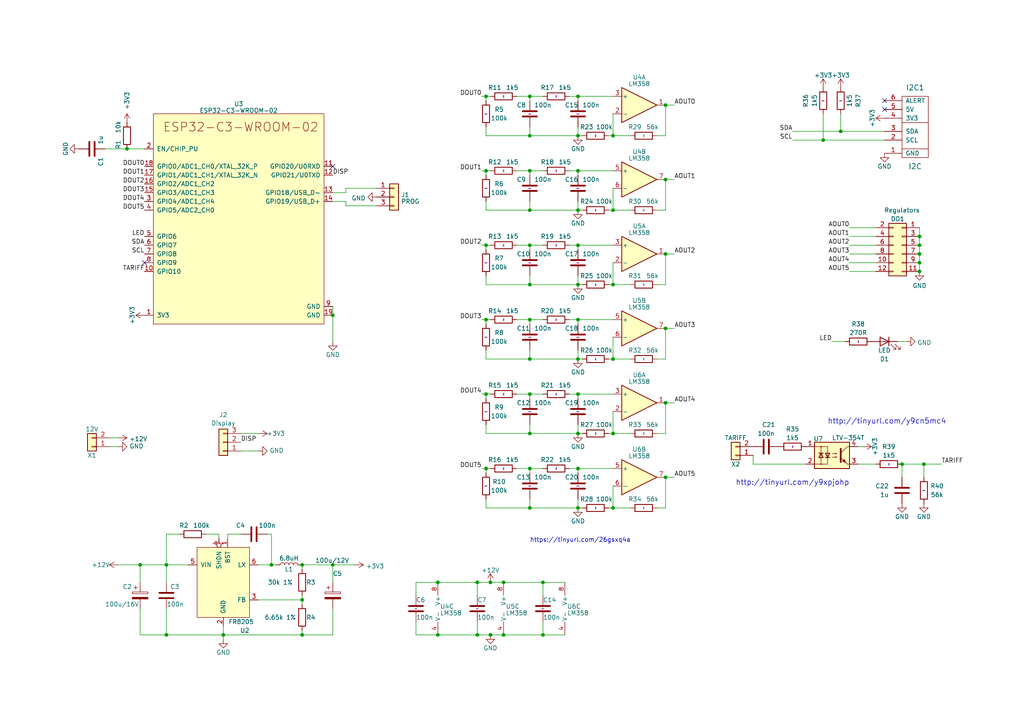
<source format=kicad_sch>
(kicad_sch (version 20230409) (generator eeschema)
  (paper "A4")
  (lib_symbols
    (symbol "Amplifier_Operational:LM358" (pin_names (offset 0.127))
      (property "Reference" "U" (at 0 5.08 0))
      (property "Value" "LM358" (at 0 -5.08 0))
      (symbol "LM358_1_1"
        (pin output line (at 7.62 0 180) (length 2.54) (name "~") (number "1"))
        (pin input line (at -7.62 -2.54 0) (length 2.54) (name "-") (number "2"))
        (pin input line (at -7.62 2.54 0) (length 2.54) (name "+") (number "3"))
      )
      (symbol "LM358_2_1"
        (pin input line (at -7.62 2.54 0) (length 2.54) (name "+") (number "5"))
        (pin input line (at -7.62 -2.54 0) (length 2.54) (name "-") (number "6"))
        (pin output line (at 7.62 0 180) (length 2.54) (name "~") (number "7"))
      )
      (symbol "LM358_3_1"
        (pin power_in line (at -2.54 -7.62 90) (length 3.81) (name "V-") (number "4"))
        (pin power_in line (at -2.54 7.62 270) (length 3.81) (name "V+") (number "8"))
      )
    )
    (symbol "Connector_Generic:Conn_01x02" (pin_names (offset 1.016) hide)
      (property "Reference" "J" (at 0 2.54 0))
      (property "Value" "Conn_01x02" (at 0 -5.08 0))
      (symbol "Conn_01x02_1_1"
        (pin passive line (at -5.08 0 0) (length 3.81) (name "Pin_1") (number "1"))
        (pin passive line (at -5.08 -2.54 0) (length 3.81) (name "Pin_2") (number "2"))
      )
    )
    (symbol "Connector_Generic:Conn_01x03" (pin_names (offset 1.016) hide)
      (property "Reference" "J" (at 0 5.08 0))
      (property "Value" "Conn_01x03" (at 0 -5.08 0))
      (symbol "Conn_01x03_1_1"
        (pin passive line (at -5.08 2.54 0) (length 3.81) (name "Pin_1") (number "1"))
        (pin passive line (at -5.08 0 0) (length 3.81) (name "Pin_2") (number "2"))
        (pin passive line (at -5.08 -2.54 0) (length 3.81) (name "Pin_3") (number "3"))
      )
    )
    (symbol "Connector_Generic:Conn_02x06_Odd_Even" (pin_names (offset 1.016) hide)
      (property "Reference" "J" (at 1.27 7.62 0))
      (property "Value" "Conn_02x06_Odd_Even" (at 1.27 -10.16 0))
      (symbol "Conn_02x06_Odd_Even_1_1"
        (pin passive line (at -5.08 5.08 0) (length 3.81) (name "Pin_1") (number "1"))
        (pin passive line (at 7.62 -5.08 180) (length 3.81) (name "Pin_10") (number "10"))
        (pin passive line (at -5.08 -7.62 0) (length 3.81) (name "Pin_11") (number "11"))
        (pin passive line (at 7.62 -7.62 180) (length 3.81) (name "Pin_12") (number "12"))
        (pin passive line (at 7.62 5.08 180) (length 3.81) (name "Pin_2") (number "2"))
        (pin passive line (at -5.08 2.54 0) (length 3.81) (name "Pin_3") (number "3"))
        (pin passive line (at 7.62 2.54 180) (length 3.81) (name "Pin_4") (number "4"))
        (pin passive line (at -5.08 0 0) (length 3.81) (name "Pin_5") (number "5"))
        (pin passive line (at 7.62 0 180) (length 3.81) (name "Pin_6") (number "6"))
        (pin passive line (at -5.08 -2.54 0) (length 3.81) (name "Pin_7") (number "7"))
        (pin passive line (at 7.62 -2.54 180) (length 3.81) (name "Pin_8") (number "8"))
        (pin passive line (at -5.08 -5.08 0) (length 3.81) (name "Pin_9") (number "9"))
      )
    )
    (symbol "Device:C" (pin_numbers hide) (pin_names (offset 0.254))
      (property "Reference" "C" (at 0.635 2.54 0))
      (property "Value" "C" (at 0.635 -2.54 0))
      (symbol "C_1_1"
        (pin passive line (at 0 3.81 270) (length 2.794) (name "~") (number "1"))
        (pin passive line (at 0 -3.81 90) (length 2.794) (name "~") (number "2"))
      )
    )
    (symbol "Device:C_Polarized" (pin_numbers hide) (pin_names (offset 0.254))
      (property "Reference" "C" (at 0.635 2.54 0))
      (property "Value" "C_Polarized" (at 0.635 -2.54 0))
      (symbol "C_Polarized_1_1"
        (pin passive line (at 0 3.81 270) (length 2.794) (name "~") (number "1"))
        (pin passive line (at 0 -3.81 90) (length 2.794) (name "~") (number "2"))
      )
    )
    (symbol "Device:L" (pin_numbers hide) (pin_names (offset 1.016) hide)
      (property "Reference" "L" (at -1.27 0 90))
      (property "Value" "L" (at 1.905 0 90))
      (symbol "L_1_1"
        (pin passive line (at 0 3.81 270) (length 1.27) (name "1") (number "1"))
        (pin passive line (at 0 -3.81 90) (length 1.27) (name "2") (number "2"))
      )
    )
    (symbol "Device:LED" (pin_numbers hide) (pin_names (offset 1.016) hide)
      (property "Reference" "D" (at 0 2.54 0))
      (property "Value" "LED" (at 0 -2.54 0))
      (symbol "LED_1_1"
        (pin passive line (at -3.81 0 0) (length 2.54) (name "K") (number "1"))
        (pin passive line (at 3.81 0 180) (length 2.54) (name "A") (number "2"))
      )
    )
    (symbol "Device:R" (pin_numbers hide) (pin_names (offset 0))
      (property "Reference" "R" (at 2.032 0 90))
      (property "Value" "R" (at 0 0 90))
      (symbol "R_1_1"
        (pin passive line (at 0 3.81 270) (length 1.27) (name "~") (number "1"))
        (pin passive line (at 0 -3.81 90) (length 1.27) (name "~") (number "2"))
      )
    )
    (symbol "Drake:FR8205" (pin_names (offset 1.016))
      (property "Reference" "U" (at 6.35 13.97 0))
      (property "Value" "FR8205" (at 5.08 -8.89 0))
      (symbol "FR8205_1_1"
        (pin bidirectional line (at 1.27 15.24 270) (length 2.54) (name "BST") (number "1"))
        (pin power_in line (at 0 -10.16 90) (length 2.54) (name "GND") (number "2"))
        (pin input line (at 10.16 -2.54 180) (length 2.54) (name "FB") (number "3"))
        (pin input inverted (at -1.27 15.24 270) (length 2.54) (name "SHDN") (number "4"))
        (pin power_in line (at -10.16 7.62 0) (length 2.54) (name "VIN") (number "5"))
        (pin power_out line (at 10.16 7.62 180) (length 2.54) (name "LX") (number "6"))
      )
    )
    (symbol "Drake:I2C-6P" (pin_names (offset 1.016))
      (property "Reference" "X" (at 0 12.7 0))
      (property "Value" "I2C-6P" (at 0 -8.89 0))
      (symbol "I2C-6P_1_1"
        (pin power_in line (at 8.89 -5.08 180) (length 5.08) (name "GND") (number "1"))
        (pin open_collector line (at 8.89 -1.27 180) (length 5.08) (name "SCL") (number "2"))
        (pin open_collector line (at 8.89 1.27 180) (length 5.08) (name "SDA") (number "3"))
        (pin power_in line (at 8.89 5.08 180) (length 5.08) (name "3V3") (number "4"))
        (pin power_in line (at 8.89 7.62 180) (length 5.08) (name "5V") (number "5"))
        (pin open_collector line (at 8.89 10.16 180) (length 5.08) (name "ALERT") (number "6"))
      )
    )
    (symbol "Espressif:ESP32-C3-WROOM-02" (pin_names (offset 1.016))
      (property "Reference" "U" (at 0 33.02 0))
      (property "Value" "ESP32-C3-WROOM-02" (at 0 -30.48 0))
      (symbol "ESP32-C3-WROOM-02_0_0"
        (text "ESP32-C3-WROOM-02" (at 1.27 27.94 0) (effects (font (size 2.54 2.54))))
      )
      (symbol "ESP32-C3-WROOM-02_1_1"
        (pin power_in line (at -26.67 -26.67 0) (length 2.54) (name "3V3") (number "1"))
        (pin bidirectional line (at -26.67 -13.97 0) (length 2.54) (name "GPIO10") (number "10"))
        (pin bidirectional line (at 27.94 16.51 180) (length 2.54) (name "GPIO20/U0RXD") (number "11"))
        (pin bidirectional line (at 27.94 13.97 180) (length 2.54) (name "GPIO21/U0TXD") (number "12"))
        (pin bidirectional line (at 27.94 8.89 180) (length 2.54) (name "GPIO18/USB_D-") (number "13"))
        (pin bidirectional line (at 27.94 6.35 180) (length 2.54) (name "GPIO19/USB_D+") (number "14"))
        (pin bidirectional line (at -26.67 8.89 0) (length 2.54) (name "GPIO3/ADC1_CH3") (number "15"))
        (pin bidirectional line (at -26.67 11.43 0) (length 2.54) (name "GPIO2/ADC1_CH2") (number "16"))
        (pin bidirectional line (at -26.67 13.97 0) (length 2.54) (name "GPIO1/ADC1_CH1/XTAL_32K_N") (number "17"))
        (pin bidirectional line (at -26.67 16.51 0) (length 2.54) (name "GPIO0/ADC1_CH0/XTAL_32K_P") (number "18"))
        (pin power_in line (at 27.94 -26.67 180) (length 2.54) (name "GND") (number "19"))
        (pin input line (at -26.67 21.59 0) (length 2.54) (name "EN/CHIP_PU") (number "2"))
        (pin bidirectional line (at -26.67 6.35 0) (length 2.54) (name "GPIO4/ADC1_CH4") (number "3"))
        (pin bidirectional line (at -26.67 3.81 0) (length 2.54) (name "GPIO5/ADC2_CH0") (number "4"))
        (pin bidirectional line (at -26.67 -3.81 0) (length 2.54) (name "GPIO6") (number "5"))
        (pin bidirectional line (at -26.67 -6.35 0) (length 2.54) (name "GPIO7") (number "6"))
        (pin bidirectional line (at -26.67 -8.89 0) (length 2.54) (name "GPIO8") (number "7"))
        (pin bidirectional line (at -26.67 -11.43 0) (length 2.54) (name "GPIO9") (number "8"))
        (pin power_in line (at 27.94 -24.13 180) (length 2.54) (name "GND") (number "9"))
      )
    )
    (symbol "Isolator:LTV-354T" (pin_names (offset 1.016))
      (property "Reference" "U" (at -5.334 4.826 0))
      (property "Value" "LTV-354T" (at 0 5.08 0))
      (symbol "LTV-354T_1_1"
        (pin passive line (at -7.62 2.54 0) (length 2.54) (name "~") (number "1"))
        (pin passive line (at -7.62 -2.54 0) (length 2.54) (name "~") (number "2"))
        (pin passive line (at 7.62 -2.54 180) (length 2.54) (name "~") (number "3"))
        (pin passive line (at 7.62 2.54 180) (length 2.54) (name "~") (number "4"))
      )
    )
    (symbol "power:+12V" (power) (pin_names (offset 0))
      (property "Value" "+12V" (at 0 3.556 0))
      (symbol "+12V_1_1"
        (pin power_in line (at 0 0 90) (length 0) hide (name "+12V") (number "1"))
      )
    )
    (symbol "power:+3.3V" (power) (pin_names (offset 0))
      (property "Value" "+3.3V" (at 0 3.556 0))
      (symbol "+3.3V_1_1"
        (pin power_in line (at 0 0 90) (length 0) hide (name "+3.3V") (number "1"))
      )
    )
    (symbol "power:+3V3" (power) (pin_names (offset 0))
      (property "Value" "+3V3" (at 0 3.556 0))
      (symbol "+3V3_1_1"
        (pin power_in line (at 0 0 90) (length 0) hide (name "+3V3") (number "1"))
      )
    )
    (symbol "power:GND" (power) (pin_names (offset 0))
      (property "Value" "GND" (at 0 -3.81 0))
      (symbol "GND_1_1"
        (pin power_in line (at 0 0 270) (length 0) hide (name "GND") (number "1"))
      )
    )
  )
  (junction (at 153.67 135.89))
  (junction (at 261.62 134.62))
  (junction (at 167.64 71.12))
  (junction (at 167.64 49.53))
  (junction (at 140.97 49.53))
  (junction (at 167.64 135.89))
  (junction (at 153.67 71.12))
  (junction (at 48.26 163.83))
  (junction (at 153.67 82.55))
  (junction (at 167.64 104.14))
  (junction (at 267.97 134.62))
  (junction (at 177.8 39.37))
  (junction (at 157.48 168.91))
  (junction (at 167.64 27.94))
  (junction (at 193.04 95.25))
  (junction (at 64.77 184.15))
  (junction (at 138.43 184.15))
  (junction (at 87.63 184.15))
  (junction (at 142.24 184.15))
  (junction (at 153.67 60.96))
  (junction (at 153.67 49.53))
  (junction (at 140.97 135.89))
  (junction (at 266.7 76.2))
  (junction (at 140.97 92.71))
  (junction (at 167.64 125.73))
  (junction (at 266.7 73.66))
  (junction (at 177.8 104.14))
  (junction (at 127 184.15))
  (junction (at 153.67 92.71))
  (junction (at 157.48 184.15))
  (junction (at 167.64 60.96))
  (junction (at 193.04 30.48))
  (junction (at 96.52 163.83))
  (junction (at 243.84 38.1))
  (junction (at 266.7 71.12))
  (junction (at 193.04 52.07))
  (junction (at 87.63 163.83))
  (junction (at 48.26 184.15))
  (junction (at 153.67 39.37))
  (junction (at 96.52 91.44))
  (junction (at 78.74 163.83))
  (junction (at 177.8 147.32))
  (junction (at 266.7 78.74))
  (junction (at 153.67 147.32))
  (junction (at 238.76 40.64))
  (junction (at 167.64 114.3))
  (junction (at 146.05 184.15))
  (junction (at 40.64 163.83))
  (junction (at 266.7 68.58))
  (junction (at 36.83 43.18))
  (junction (at 138.43 168.91))
  (junction (at 177.8 125.73))
  (junction (at 177.8 60.96))
  (junction (at 193.04 116.84))
  (junction (at 193.04 138.43))
  (junction (at 167.64 39.37))
  (junction (at 167.64 147.32))
  (junction (at 167.64 82.55))
  (junction (at 193.04 73.66))
  (junction (at 153.67 104.14))
  (junction (at 140.97 71.12))
  (junction (at 153.67 125.73))
  (junction (at 142.24 168.91))
  (junction (at 177.8 82.55))
  (junction (at 140.97 114.3))
  (junction (at 153.67 27.94))
  (junction (at 140.97 27.94))
  (junction (at 153.67 114.3))
  (junction (at 146.05 168.91))
  (junction (at 167.64 92.71))
  (junction (at 87.63 173.99))
  (junction (at 127 168.91))
  (no_connect (at 96.52 48.26))
  (no_connect (at 256.54 31.75))
  (no_connect (at 41.91 76.2))
  (no_connect (at 256.54 29.21))
  (wire (pts (xy 140.97 82.55) (xy 153.67 82.55)))
  (wire (pts (xy 40.64 176.53) (xy 40.64 184.15)))
  (wire (pts (xy 229.87 38.1) (xy 243.84 38.1)))
  (wire (pts (xy 96.52 163.83) (xy 102.87 163.83)))
  (wire (pts (xy 74.93 173.99) (xy 87.63 173.99)))
  (wire (pts (xy 157.48 180.34) (xy 157.48 184.15)))
  (wire (pts (xy 190.5 82.55) (xy 193.04 82.55)))
  (wire (pts (xy 177.8 140.97) (xy 177.8 147.32)))
  (wire (pts (xy 120.65 172.72) (xy 120.65 168.91)))
  (wire (pts (xy 193.04 30.48) (xy 195.58 30.48)))
  (wire (pts (xy 153.67 58.42) (xy 153.67 60.96)))
  (wire (pts (xy 153.67 144.78) (xy 153.67 147.32)))
  (wire (pts (xy 40.64 184.15) (xy 48.26 184.15)))
  (wire (pts (xy 167.64 101.6) (xy 167.64 104.14)))
  (wire (pts (xy 153.67 49.53) (xy 153.67 50.8)))
  (wire (pts (xy 218.44 134.62) (xy 233.68 134.62)))
  (wire (pts (xy 140.97 92.71) (xy 140.97 93.98)))
  (wire (pts (xy 87.63 182.88) (xy 87.63 184.15)))
  (wire (pts (xy 142.24 168.91) (xy 146.05 168.91)))
  (wire (pts (xy 167.64 137.16) (xy 167.64 135.89)))
  (wire (pts (xy 177.8 119.38) (xy 177.8 125.73)))
  (wire (pts (xy 138.43 172.72) (xy 138.43 168.91)))
  (wire (pts (xy 64.77 184.15) (xy 87.63 184.15)))
  (wire (pts (xy 167.64 144.78) (xy 167.64 147.32)))
  (wire (pts (xy 153.67 114.3) (xy 153.67 115.57)))
  (wire (pts (xy 193.04 52.07) (xy 195.58 52.07)))
  (wire (pts (xy 48.26 168.91) (xy 48.26 163.83)))
  (wire (pts (xy 140.97 147.32) (xy 153.67 147.32)))
  (wire (pts (xy 157.48 184.15) (xy 163.83 184.15)))
  (wire (pts (xy 31.75 129.54) (xy 34.29 129.54)))
  (wire (pts (xy 140.97 135.89) (xy 142.24 135.89)))
  (wire (pts (xy 168.91 104.14) (xy 167.64 104.14)))
  (wire (pts (xy 157.48 168.91) (xy 163.83 168.91)))
  (wire (pts (xy 153.67 135.89) (xy 153.67 137.16)))
  (wire (pts (xy 100.33 59.69) (xy 109.22 59.69)))
  (wire (pts (xy 149.86 135.89) (xy 153.67 135.89)))
  (wire (pts (xy 153.67 82.55) (xy 167.64 82.55)))
  (wire (pts (xy 31.75 127) (xy 34.29 127)))
  (wire (pts (xy 167.64 114.3) (xy 177.8 114.3)))
  (wire (pts (xy 193.04 138.43) (xy 195.58 138.43)))
  (wire (pts (xy 140.97 49.53) (xy 140.97 50.8)))
  (wire (pts (xy 139.7 49.53) (xy 140.97 49.53)))
  (wire (pts (xy 238.76 33.02) (xy 238.76 40.64)))
  (wire (pts (xy 238.76 40.64) (xy 256.54 40.64)))
  (wire (pts (xy 176.53 82.55) (xy 177.8 82.55)))
  (wire (pts (xy 168.91 147.32) (xy 167.64 147.32)))
  (wire (pts (xy 96.52 184.15) (xy 87.63 184.15)))
  (wire (pts (xy 140.97 101.6) (xy 140.97 104.14)))
  (wire (pts (xy 139.7 114.3) (xy 140.97 114.3)))
  (wire (pts (xy 267.97 134.62) (xy 267.97 138.43)))
  (wire (pts (xy 248.92 134.62) (xy 254 134.62)))
  (wire (pts (xy 153.67 104.14) (xy 167.64 104.14)))
  (wire (pts (xy 153.67 36.83) (xy 153.67 39.37)))
  (wire (pts (xy 261.62 138.43) (xy 261.62 134.62)))
  (wire (pts (xy 168.91 60.96) (xy 167.64 60.96)))
  (wire (pts (xy 120.65 184.15) (xy 127 184.15)))
  (wire (pts (xy 167.64 123.19) (xy 167.64 125.73)))
  (wire (pts (xy 165.1 135.89) (xy 167.64 135.89)))
  (wire (pts (xy 48.26 176.53) (xy 48.26 184.15)))
  (wire (pts (xy 140.97 104.14) (xy 153.67 104.14)))
  (wire (pts (xy 177.8 60.96) (xy 182.88 60.96)))
  (wire (pts (xy 153.67 27.94) (xy 153.67 29.21)))
  (wire (pts (xy 74.93 130.81) (xy 69.85 130.81)))
  (wire (pts (xy 153.67 80.01) (xy 153.67 82.55)))
  (wire (pts (xy 165.1 114.3) (xy 167.64 114.3)))
  (wire (pts (xy 168.91 39.37) (xy 167.64 39.37)))
  (wire (pts (xy 153.67 49.53) (xy 157.48 49.53)))
  (wire (pts (xy 87.63 163.83) (xy 96.52 163.83)))
  (wire (pts (xy 190.5 60.96) (xy 193.04 60.96)))
  (wire (pts (xy 266.7 66.04) (xy 266.7 68.58)))
  (wire (pts (xy 246.38 66.04) (xy 254 66.04)))
  (wire (pts (xy 140.97 49.53) (xy 142.24 49.53)))
  (wire (pts (xy 59.69 154.94) (xy 63.5 154.94)))
  (wire (pts (xy 176.53 60.96) (xy 177.8 60.96)))
  (wire (pts (xy 153.67 92.71) (xy 153.67 93.98)))
  (wire (pts (xy 167.64 27.94) (xy 177.8 27.94)))
  (wire (pts (xy 64.77 181.61) (xy 64.77 184.15)))
  (wire (pts (xy 140.97 27.94) (xy 140.97 29.21)))
  (wire (pts (xy 96.52 168.91) (xy 96.52 163.83)))
  (wire (pts (xy 153.67 71.12) (xy 153.67 72.39)))
  (wire (pts (xy 193.04 39.37) (xy 193.04 30.48)))
  (wire (pts (xy 100.33 58.42) (xy 100.33 59.69)))
  (wire (pts (xy 165.1 71.12) (xy 167.64 71.12)))
  (wire (pts (xy 120.65 168.91) (xy 127 168.91)))
  (wire (pts (xy 153.67 60.96) (xy 167.64 60.96)))
  (wire (pts (xy 153.67 101.6) (xy 153.67 104.14)))
  (wire (pts (xy 167.64 29.21) (xy 167.64 27.94)))
  (wire (pts (xy 52.07 154.94) (xy 48.26 154.94)))
  (wire (pts (xy 36.83 43.18) (xy 41.91 43.18)))
  (wire (pts (xy 96.52 176.53) (xy 96.52 184.15)))
  (wire (pts (xy 140.97 39.37) (xy 153.67 39.37)))
  (wire (pts (xy 127 168.91) (xy 138.43 168.91)))
  (wire (pts (xy 266.7 71.12) (xy 266.7 73.66)))
  (wire (pts (xy 193.04 73.66) (xy 195.58 73.66)))
  (wire (pts (xy 149.86 27.94) (xy 153.67 27.94)))
  (wire (pts (xy 167.64 50.8) (xy 167.64 49.53)))
  (wire (pts (xy 153.67 147.32) (xy 167.64 147.32)))
  (wire (pts (xy 48.26 154.94) (xy 48.26 163.83)))
  (wire (pts (xy 190.5 125.73) (xy 193.04 125.73)))
  (wire (pts (xy 96.52 88.9) (xy 96.52 91.44)))
  (wire (pts (xy 267.97 134.62) (xy 273.05 134.62)))
  (wire (pts (xy 87.63 173.99) (xy 87.63 175.26)))
  (wire (pts (xy 218.44 132.08) (xy 218.44 134.62)))
  (wire (pts (xy 177.8 104.14) (xy 182.88 104.14)))
  (wire (pts (xy 153.67 27.94) (xy 157.48 27.94)))
  (wire (pts (xy 190.5 39.37) (xy 193.04 39.37)))
  (wire (pts (xy 260.35 99.06) (xy 262.89 99.06)))
  (wire (pts (xy 153.67 92.71) (xy 157.48 92.71)))
  (wire (pts (xy 261.62 134.62) (xy 267.97 134.62)))
  (wire (pts (xy 177.8 97.79) (xy 177.8 104.14)))
  (wire (pts (xy 140.97 80.01) (xy 140.97 82.55)))
  (wire (pts (xy 167.64 92.71) (xy 177.8 92.71)))
  (wire (pts (xy 140.97 123.19) (xy 140.97 125.73)))
  (wire (pts (xy 138.43 184.15) (xy 142.24 184.15)))
  (wire (pts (xy 167.64 135.89) (xy 177.8 135.89)))
  (wire (pts (xy 153.67 123.19) (xy 153.67 125.73)))
  (wire (pts (xy 78.74 163.83) (xy 80.01 163.83)))
  (wire (pts (xy 167.64 93.98) (xy 167.64 92.71)))
  (wire (pts (xy 167.64 115.57) (xy 167.64 114.3)))
  (wire (pts (xy 139.7 71.12) (xy 140.97 71.12)))
  (wire (pts (xy 127 184.15) (xy 138.43 184.15)))
  (wire (pts (xy 30.48 43.18) (xy 36.83 43.18)))
  (wire (pts (xy 149.86 92.71) (xy 153.67 92.71)))
  (wire (pts (xy 177.8 82.55) (xy 182.88 82.55)))
  (wire (pts (xy 193.04 147.32) (xy 193.04 138.43)))
  (wire (pts (xy 246.38 68.58) (xy 254 68.58)))
  (wire (pts (xy 140.97 36.83) (xy 140.97 39.37)))
  (wire (pts (xy 74.93 163.83) (xy 78.74 163.83)))
  (wire (pts (xy 229.87 40.64) (xy 238.76 40.64)))
  (wire (pts (xy 246.38 73.66) (xy 254 73.66)))
  (wire (pts (xy 153.67 71.12) (xy 157.48 71.12)))
  (wire (pts (xy 64.77 185.42) (xy 64.77 184.15)))
  (wire (pts (xy 149.86 114.3) (xy 153.67 114.3)))
  (wire (pts (xy 140.97 114.3) (xy 140.97 115.57)))
  (wire (pts (xy 241.3 99.06) (xy 245.11 99.06)))
  (wire (pts (xy 176.53 39.37) (xy 177.8 39.37)))
  (wire (pts (xy 167.64 58.42) (xy 167.64 60.96)))
  (wire (pts (xy 139.7 92.71) (xy 140.97 92.71)))
  (wire (pts (xy 146.05 184.15) (xy 157.48 184.15)))
  (wire (pts (xy 149.86 71.12) (xy 153.67 71.12)))
  (wire (pts (xy 177.8 76.2) (xy 177.8 82.55)))
  (wire (pts (xy 168.91 82.55) (xy 167.64 82.55)))
  (wire (pts (xy 40.64 163.83) (xy 48.26 163.83)))
  (wire (pts (xy 63.5 154.94) (xy 63.5 156.21)))
  (wire (pts (xy 176.53 104.14) (xy 177.8 104.14)))
  (wire (pts (xy 246.38 71.12) (xy 254 71.12)))
  (wire (pts (xy 139.7 135.89) (xy 140.97 135.89)))
  (wire (pts (xy 78.74 163.83) (xy 78.74 154.94)))
  (wire (pts (xy 140.97 60.96) (xy 153.67 60.96)))
  (wire (pts (xy 78.74 154.94) (xy 77.47 154.94)))
  (wire (pts (xy 140.97 27.94) (xy 142.24 27.94)))
  (wire (pts (xy 140.97 58.42) (xy 140.97 60.96)))
  (wire (pts (xy 153.67 135.89) (xy 157.48 135.89)))
  (wire (pts (xy 246.38 78.74) (xy 254 78.74)))
  (wire (pts (xy 165.1 92.71) (xy 167.64 92.71)))
  (wire (pts (xy 167.64 36.83) (xy 167.64 39.37)))
  (wire (pts (xy 66.04 154.94) (xy 69.85 154.94)))
  (wire (pts (xy 168.91 125.73) (xy 167.64 125.73)))
  (wire (pts (xy 193.04 104.14) (xy 193.04 95.25)))
  (wire (pts (xy 266.7 76.2) (xy 266.7 78.74)))
  (wire (pts (xy 139.7 27.94) (xy 140.97 27.94)))
  (wire (pts (xy 177.8 125.73) (xy 182.88 125.73)))
  (wire (pts (xy 193.04 60.96) (xy 193.04 52.07)))
  (wire (pts (xy 190.5 104.14) (xy 193.04 104.14)))
  (wire (pts (xy 48.26 184.15) (xy 64.77 184.15)))
  (wire (pts (xy 140.97 135.89) (xy 140.97 137.16)))
  (wire (pts (xy 246.38 76.2) (xy 254 76.2)))
  (wire (pts (xy 140.97 92.71) (xy 142.24 92.71)))
  (wire (pts (xy 266.7 68.58) (xy 266.7 71.12)))
  (wire (pts (xy 177.8 39.37) (xy 182.88 39.37)))
  (wire (pts (xy 69.85 125.73) (xy 74.93 125.73)))
  (wire (pts (xy 177.8 54.61) (xy 177.8 60.96)))
  (wire (pts (xy 140.97 71.12) (xy 140.97 72.39)))
  (wire (pts (xy 87.63 173.99) (xy 87.63 172.72)))
  (wire (pts (xy 167.64 72.39) (xy 167.64 71.12)))
  (wire (pts (xy 167.64 80.01) (xy 167.64 82.55)))
  (wire (pts (xy 153.67 125.73) (xy 167.64 125.73)))
  (wire (pts (xy 149.86 49.53) (xy 153.67 49.53)))
  (wire (pts (xy 193.04 125.73) (xy 193.04 116.84)))
  (wire (pts (xy 48.26 163.83) (xy 54.61 163.83)))
  (wire (pts (xy 193.04 116.84) (xy 195.58 116.84)))
  (wire (pts (xy 34.29 163.83) (xy 40.64 163.83)))
  (wire (pts (xy 96.52 55.88) (xy 100.33 55.88)))
  (wire (pts (xy 243.84 38.1) (xy 256.54 38.1)))
  (wire (pts (xy 96.52 58.42) (xy 100.33 58.42)))
  (wire (pts (xy 96.52 91.44) (xy 96.52 99.06)))
  (wire (pts (xy 120.65 180.34) (xy 120.65 184.15)))
  (wire (pts (xy 177.8 33.02) (xy 177.8 39.37)))
  (wire (pts (xy 248.92 129.54) (xy 250.19 129.54)))
  (wire (pts (xy 176.53 125.73) (xy 177.8 125.73)))
  (wire (pts (xy 153.67 39.37) (xy 167.64 39.37)))
  (wire (pts (xy 40.64 168.91) (xy 40.64 163.83)))
  (wire (pts (xy 138.43 180.34) (xy 138.43 184.15)))
  (wire (pts (xy 87.63 165.1) (xy 87.63 163.83)))
  (wire (pts (xy 140.97 144.78) (xy 140.97 147.32)))
  (wire (pts (xy 140.97 125.73) (xy 153.67 125.73)))
  (wire (pts (xy 153.67 114.3) (xy 157.48 114.3)))
  (wire (pts (xy 142.24 184.15) (xy 146.05 184.15)))
  (wire (pts (xy 243.84 33.02) (xy 243.84 38.1)))
  (wire (pts (xy 140.97 71.12) (xy 142.24 71.12)))
  (wire (pts (xy 177.8 147.32) (xy 182.88 147.32)))
  (wire (pts (xy 167.64 49.53) (xy 177.8 49.53)))
  (wire (pts (xy 100.33 54.61) (xy 109.22 54.61)))
  (wire (pts (xy 146.05 168.91) (xy 157.48 168.91)))
  (wire (pts (xy 193.04 82.55) (xy 193.04 73.66)))
  (wire (pts (xy 157.48 172.72) (xy 157.48 168.91)))
  (wire (pts (xy 167.64 71.12) (xy 177.8 71.12)))
  (wire (pts (xy 138.43 168.91) (xy 142.24 168.91)))
  (wire (pts (xy 165.1 27.94) (xy 167.64 27.94)))
  (wire (pts (xy 66.04 156.21) (xy 66.04 154.94)))
  (wire (pts (xy 140.97 114.3) (xy 142.24 114.3)))
  (wire (pts (xy 266.7 73.66) (xy 266.7 76.2)))
  (wire (pts (xy 193.04 95.25) (xy 195.58 95.25)))
  (wire (pts (xy 176.53 147.32) (xy 177.8 147.32)))
  (wire (pts (xy 190.5 147.32) (xy 193.04 147.32)))
  (wire (pts (xy 100.33 55.88) (xy 100.33 54.61)))
  (wire (pts (xy 165.1 49.53) (xy 167.64 49.53)))
  (text "https://tinyurl.com/26gsxq4a" (at 153.67 157.48 0) (effects (font (size 1.27 1.27)) (justify left bottom)))
  (text "http://tinyurl.com/y9xpjohp" (at 213.36 140.97 0) (effects (font (size 1.524 1.524)) (justify left bottom)))
  (text "http://tinyurl.com/y9cn5mc4" (at 240.03 123.19 0) (effects (font (size 1.524 1.524)) (justify left bottom)))
  (label "AOUT2" (at 195.58 73.66 0))
  (label "DOUT3" (at 139.7 92.71 180))
  (label "DISP" (at 69.85 128.27 0))
  (label "SCL" (at 229.87 40.64 180))
  (label "TARIFF" (at 41.91 78.74 180))
  (label "LED" (at 241.3 99.06 180))
  (label "SDA" (at 41.91 71.12 180))
  (label "DOUT2" (at 139.7 71.12 180))
  (label "AOUT4" (at 195.58 116.84 0))
  (label "AOUT0" (at 195.58 30.48 0))
  (label "DOUT1" (at 139.7 49.53 180))
  (label "DOUT5" (at 139.7 135.89 180))
  (label "DISP" (at 96.52 50.8 0))
  (label "LED" (at 41.91 68.58 180))
  (label "AOUT5" (at 195.58 138.43 0))
  (label "DOUT1" (at 41.91 50.8 180))
  (label "DOUT5" (at 41.91 60.96 180))
  (label "AOUT5" (at 246.38 78.74 180))
  (label "DOUT4" (at 41.91 58.42 180))
  (label "DOUT0" (at 139.7 27.94 180))
  (label "SDA" (at 229.87 38.1 180))
  (label "AOUT1" (at 246.38 68.58 180))
  (label "AOUT0" (at 246.38 66.04 180))
  (label "AOUT3" (at 195.58 95.25 0))
  (label "AOUT1" (at 195.58 52.07 0))
  (label "TARIFF" (at 273.05 134.62 0))
  (label "DOUT0" (at 41.91 48.26 180))
  (label "AOUT3" (at 246.38 73.66 180))
  (label "DOUT2" (at 41.91 53.34 180))
  (label "DOUT4" (at 139.7 114.3 180))
  (label "SCL" (at 41.91 73.66 180))
  (label "DOUT3" (at 41.91 55.88 180))
  (label "AOUT2" (at 246.38 71.12 180))
  (label "AOUT4" (at 246.38 76.2 180))
  (symbol (lib_id "Device:R") (at 248.92 99.06 90) (unit 1)
    (property "Reference" "R38" (at 248.92 93.98 90))
    (property "Value" "270R" (at 248.92 96.52 90))
    (property "Footprint" "Resistor_SMD:R_0805_2012Metric_Pad1.20x1.40mm_HandSolder" (effects hide))
    (property "Datasheet" "~" (at 248.92 99.06 0))
  )
  (symbol (lib_id "Device:LED") (at 256.54 99.06 0) (mirror y) (unit 1)
    (property "Reference" "D1" (at 256.54 104.14 0))
    (property "Value" "LED" (at 256.54 101.6 0))
    (property "Footprint" "LED_SMD:LED_0805_2012Metric_Pad1.15x1.40mm_HandSolder" (effects hide))
    (property "Datasheet" "~" (at 256.54 99.06 0))
  )
  (symbol (lib_id "Connector_Generic:Conn_02x06_Odd_Even") (at 261.62 71.12 0) (mirror y) (unit 1)
    (property "Reference" "DO1" (at 260.35 63.5 0))
    (property "Value" "Regulators" (at 261.62 60.96 0))
    (property "Footprint" "Connector_IDC:IDC-Header_2x06_P2.54mm_Vertical" (effects hide))
  )
  (symbol (lib_id "Device:R") (at 238.76 29.21 180) (unit 1)
    (property "Reference" "R36" (at 233.68 29.21 90))
    (property "Value" "1k5" (at 236.22 29.21 90))
    (property "Footprint" "Resistor_SMD:R_0805_2012Metric_Pad1.20x1.40mm_HandSolder" (effects hide))
    (property "Datasheet" "~" (at 238.76 29.21 0))
  )
  (symbol (lib_id "Device:R") (at 243.84 29.21 0) (unit 1)
    (property "Reference" "R37" (at 248.92 29.21 90))
    (property "Value" "1k5" (at 246.38 29.21 90))
    (property "Footprint" "Resistor_SMD:R_0805_2012Metric_Pad1.20x1.40mm_HandSolder" (effects hide))
    (property "Datasheet" "~" (at 243.84 29.21 0))
  )
  (symbol (lib_id "Drake:I2C-6P") (at 265.43 39.37 0) (mirror y) (unit 1)
    (property "Reference" "I2C1" (at 265.43 25.4 0) (effects (font (size 1.524 1.524))))
    (property "Value" "I2C" (at 265.43 48.26 0) (effects (font (size 1.524 1.524))))
    (property "Footprint" "Connector_IDC:IDC-Header_2x03_P2.54mm_Vertical" (effects hide))
  )
  (symbol (lib_id "power:GND") (at 256.54 44.45 0) (unit 1)
    (property "Reference" "#PWR023" (effects hide))
    (property "Value" "GND" (at 256.54 48.26 0))
  )
  (symbol (lib_id "Connector_Generic:Conn_01x02") (at 26.67 129.54 180) (unit 1)
    (property "Reference" "X1" (at 26.67 132.08 0))
    (property "Value" "12V" (at 26.67 124.46 0))
    (property "Footprint" "Drake:DG235-3.81-02P" (effects hide))
  )
  (symbol (lib_id "Isolator:LTV-354T") (at 241.3 132.08 0) (unit 1)
    (property "Reference" "U7" (at 235.966 127.254 0) (effects (justify left)))
    (property "Value" "LTV-354T" (at 241.3 127 0) (effects (justify left)))
    (property "Footprint" "Package_SO:SO-4_4.4x3.6mm_P2.54mm" (effects hide))
    (property "Datasheet" "http://optoelectronics.liteon.com/upload/download/DS70-2001-004/S_110_LTV-354T%2020140520.pdf" (effects hide))
  )
  (symbol (lib_id "Connector_Generic:Conn_01x02") (at 213.36 132.08 180) (unit 1)
    (property "Reference" "X2" (at 213.36 134.62 0))
    (property "Value" "TARIFF" (at 213.36 127 0))
    (property "Footprint" "Drake:DG235-3.81-02P" (effects hide))
  )
  (symbol (lib_id "Device:C") (at 222.25 129.54 270) (unit 1)
    (property "Reference" "C21" (at 220.98 123.19 90) (effects (justify left)))
    (property "Value" "100n" (at 219.71 125.73 90) (effects (justify left)))
    (property "Footprint" "Capacitor_SMD:C_1210_3225Metric_Pad1.33x2.70mm_HandSolder" (effects hide))
  )
  (symbol (lib_id "Device:R") (at 229.87 129.54 270) (unit 1)
    (property "Reference" "R35" (at 229.87 124.46 90))
    (property "Value" "1k5" (at 229.87 127 90))
    (property "Footprint" "Resistor_SMD:R_1206_3216Metric_Pad1.30x1.75mm_HandSolder" (effects hide))
    (property "Datasheet" "~" (at 229.87 129.54 0))
  )
  (symbol (lib_id "Device:R") (at 257.81 134.62 90) (unit 1)
    (property "Reference" "R39" (at 257.81 129.54 90))
    (property "Value" "1k5" (at 257.81 132.08 90))
    (property "Footprint" "Resistor_SMD:R_0805_2012Metric_Pad1.20x1.40mm_HandSolder" (effects hide))
    (property "Datasheet" "~" (at 257.81 134.62 0))
  )
  (symbol (lib_id "Device:C") (at 261.62 142.24 180) (unit 1)
    (property "Reference" "C22" (at 257.81 140.97 0) (effects (justify left)))
    (property "Value" "1u" (at 257.81 143.51 0) (effects (justify left)))
    (property "Footprint" "Capacitor_SMD:C_0805_2012Metric_Pad1.18x1.45mm_HandSolder" (effects hide))
  )
  (symbol (lib_id "Device:R") (at 267.97 142.24 0) (unit 1)
    (property "Reference" "R40" (at 271.78 140.97 0))
    (property "Value" "56k" (at 271.78 143.51 0))
    (property "Footprint" "Resistor_SMD:R_0805_2012Metric_Pad1.20x1.40mm_HandSolder" (effects hide))
    (property "Datasheet" "~" (at 267.97 142.24 0))
  )
  (symbol (lib_id "power:GND") (at 261.62 146.05 0) (unit 1)
    (property "Reference" "#PWR024" (effects hide))
    (property "Value" "GND" (at 261.62 149.86 0))
  )
  (symbol (lib_id "power:GND") (at 267.97 146.05 0) (unit 1)
    (property "Reference" "#PWR027" (effects hide))
    (property "Value" "GND" (at 267.97 149.86 0))
  )
  (symbol (lib_id "Device:C") (at 26.67 43.18 90) (unit 1)
    (property "Reference" "C1" (at 29.21 48.26 0) (effects (justify left)))
    (property "Value" "1u" (at 29.21 41.91 0) (effects (justify left)))
    (property "Footprint" "Capacitor_SMD:C_0805_2012Metric_Pad1.18x1.45mm_HandSolder" (effects hide))
  )
  (symbol (lib_id "power:+3V3") (at 36.83 35.56 0) (unit 1)
    (property "Reference" "#PWR03" (effects hide))
    (property "Value" "+3V3" (at 36.83 29.21 90))
  )
  (symbol (lib_id "Device:C") (at 73.66 154.94 90) (unit 1)
    (property "Reference" "C4" (at 71.12 152.4 90) (effects (justify left)))
    (property "Value" "100n" (at 80.01 152.4 90) (effects (justify left)))
    (property "Footprint" "Capacitor_SMD:C_0805_2012Metric_Pad1.18x1.45mm_HandSolder" (effects hide))
  )
  (symbol (lib_id "power:+3.3V") (at 256.54 34.29 90) (unit 1)
    (property "Reference" "#PWR022" (effects hide))
    (property "Value" "+3V3" (at 252.984 34.29 0))
  )
  (symbol (lib_id "Device:L") (at 83.82 163.83 90) (unit 1)
    (property "Reference" "L1" (at 83.82 165.1 90))
    (property "Value" "6.8uH" (at 83.82 161.925 90))
    (property "Footprint" "Drake:CKCS6028" (effects hide))
  )
  (symbol (lib_id "power:GND") (at 266.7 78.74 0) (unit 1)
    (property "Reference" "#PWR026" (effects hide))
    (property "Value" "GND" (at 266.7 82.8755 0))
  )
  (symbol (lib_id "power:+12V") (at 34.29 127 270) (unit 1)
    (property "Reference" "#PWR05" (effects hide))
    (property "Value" "+12V" (at 37.465 127.3168 90) (effects (justify left)))
  )
  (symbol (lib_id "Device:C") (at 167.64 119.38 0) (unit 1)
    (property "Reference" "C19" (at 163.83 116.84 0) (effects (justify left)))
    (property "Value" "100n" (at 168.91 116.84 0) (effects (justify left)))
    (property "Footprint" "Capacitor_SMD:C_0805_2012Metric_Pad1.18x1.45mm_HandSolder" (effects hide))
    (property "Datasheet" "~" (at 167.64 119.38 0))
  )
  (symbol (lib_id "Amplifier_Operational:LM358") (at 185.42 52.07 0) (unit 2)
    (property "Reference" "U4" (at 185.42 43.9801 0))
    (property "Value" "LM358" (at 185.42 45.9011 0))
    (property "Footprint" "Package_SO:SOIC-8_3.9x4.9mm_P1.27mm" (effects hide))
    (property "Datasheet" "http://www.ti.com/lit/ds/symlink/lm2904-n.pdf" (effects hide))
  )
  (symbol (lib_id "Device:C") (at 167.64 54.61 0) (unit 1)
    (property "Reference" "C16" (at 163.83 52.07 0) (effects (justify left)))
    (property "Value" "100n" (at 168.91 52.07 0) (effects (justify left)))
    (property "Footprint" "Capacitor_SMD:C_0805_2012Metric_Pad1.18x1.45mm_HandSolder" (effects hide))
    (property "Datasheet" "~" (at 167.64 54.61 0))
  )
  (symbol (lib_id "Device:R") (at 172.72 147.32 270) (unit 1)
    (property "Reference" "R28" (at 170.18 144.78 90))
    (property "Value" "100k" (at 175.26 144.78 90))
    (property "Footprint" "Resistor_SMD:R_0805_2012Metric_Pad1.20x1.40mm_HandSolder" (effects hide))
    (property "Datasheet" "~" (at 172.72 147.32 0))
  )
  (symbol (lib_id "Device:R") (at 172.72 104.14 270) (unit 1)
    (property "Reference" "R26" (at 170.18 101.6 90))
    (property "Value" "100k" (at 175.26 101.6 90))
    (property "Footprint" "Resistor_SMD:R_0805_2012Metric_Pad1.20x1.40mm_HandSolder" (effects hide))
    (property "Datasheet" "~" (at 172.72 104.14 0))
  )
  (symbol (lib_id "Device:R") (at 140.97 140.97 180) (unit 1)
    (property "Reference" "R10" (at 144.78 139.7 0))
    (property "Value" "100k" (at 144.78 142.24 0))
    (property "Footprint" "Resistor_SMD:R_0805_2012Metric_Pad1.20x1.40mm_HandSolder" (effects hide))
    (property "Datasheet" "~" (at 140.97 140.97 0))
  )
  (symbol (lib_id "Amplifier_Operational:LM358") (at 185.42 30.48 0) (unit 1)
    (property "Reference" "U4" (at 185.42 22.3901 0))
    (property "Value" "LM358" (at 185.42 24.3111 0))
    (property "Footprint" "Package_SO:SOIC-8_3.9x4.9mm_P1.27mm" (effects hide))
    (property "Datasheet" "http://www.ti.com/lit/ds/symlink/lm2904-n.pdf" (effects hide))
  )
  (symbol (lib_id "power:GND") (at 167.64 125.73 0) (unit 1)
    (property "Reference" "#PWR017" (effects hide))
    (property "Value" "GND" (at 167.64 129.54 0))
  )
  (symbol (lib_id "Device:C") (at 153.67 97.79 0) (unit 1)
    (property "Reference" "C11" (at 149.86 95.25 0) (effects (justify left)))
    (property "Value" "100n" (at 154.94 95.25 0) (effects (justify left)))
    (property "Footprint" "Capacitor_SMD:C_0805_2012Metric_Pad1.18x1.45mm_HandSolder" (effects hide))
    (property "Datasheet" "~" (at 153.67 97.79 0))
  )
  (symbol (lib_id "power:GND") (at 167.64 147.32 0) (unit 1)
    (property "Reference" "#PWR018" (effects hide))
    (property "Value" "GND" (at 167.64 151.13 0))
  )
  (symbol (lib_id "power:+3.3V") (at 41.91 91.44 90) (unit 1)
    (property "Reference" "#PWR04" (effects hide))
    (property "Value" "+3V3" (at 38.354 91.44 0))
  )
  (symbol (lib_id "power:+3.3V") (at 250.19 129.54 270) (unit 1)
    (property "Reference" "#PWR021" (effects hide))
    (property "Value" "+3V3" (at 253.746 129.54 0))
  )
  (symbol (lib_id "Device:R") (at 140.97 119.38 180) (unit 1)
    (property "Reference" "R9" (at 144.78 118.11 0))
    (property "Value" "100k" (at 144.78 120.65 0))
    (property "Footprint" "Resistor_SMD:R_0805_2012Metric_Pad1.20x1.40mm_HandSolder" (effects hide))
    (property "Datasheet" "~" (at 140.97 119.38 0))
  )
  (symbol (lib_id "power:GND") (at 167.64 39.37 0) (unit 1)
    (property "Reference" "#PWR013" (effects hide))
    (property "Value" "GND" (at 167.64 43.18 0))
  )
  (symbol (lib_id "Device:R") (at 161.29 135.89 90) (unit 1)
    (property "Reference" "R22" (at 158.75 133.35 90))
    (property "Value" "1k5" (at 163.83 133.35 90))
    (property "Footprint" "Resistor_SMD:R_0805_2012Metric_Pad1.20x1.40mm_HandSolder" (effects hide))
    (property "Datasheet" "~" (at 161.29 135.89 0))
  )
  (symbol (lib_id "Device:R") (at 186.69 147.32 90) (unit 1)
    (property "Reference" "R34" (at 184.15 144.78 90))
    (property "Value" "56k" (at 189.23 144.78 90))
    (property "Footprint" "Resistor_SMD:R_0805_2012Metric_Pad1.20x1.40mm_HandSolder" (effects hide))
    (property "Datasheet" "~" (at 186.69 147.32 0))
  )
  (symbol (lib_id "power:GND") (at 167.64 104.14 0) (unit 1)
    (property "Reference" "#PWR016" (effects hide))
    (property "Value" "GND" (at 167.64 107.95 0))
  )
  (symbol (lib_id "Device:C") (at 153.67 33.02 0) (unit 1)
    (property "Reference" "C8" (at 149.86 30.48 0) (effects (justify left)))
    (property "Value" "100n" (at 154.94 30.48 0) (effects (justify left)))
    (property "Footprint" "Capacitor_SMD:C_0805_2012Metric_Pad1.18x1.45mm_HandSolder" (effects hide))
    (property "Datasheet" "~" (at 153.67 33.02 0))
  )
  (symbol (lib_id "Device:R") (at 186.69 104.14 90) (unit 1)
    (property "Reference" "R32" (at 184.15 101.6 90))
    (property "Value" "56k" (at 189.23 101.6 90))
    (property "Footprint" "Resistor_SMD:R_0805_2012Metric_Pad1.20x1.40mm_HandSolder" (effects hide))
    (property "Datasheet" "~" (at 186.69 104.14 0))
  )
  (symbol (lib_id "Device:R") (at 161.29 27.94 90) (unit 1)
    (property "Reference" "R17" (at 158.75 25.4 90))
    (property "Value" "1k5" (at 163.83 25.4 90))
    (property "Footprint" "Resistor_SMD:R_0805_2012Metric_Pad1.20x1.40mm_HandSolder" (effects hide))
    (property "Datasheet" "~" (at 161.29 27.94 0))
  )
  (symbol (lib_id "Device:R") (at 172.72 39.37 270) (unit 1)
    (property "Reference" "R23" (at 170.18 36.83 90))
    (property "Value" "100k" (at 175.26 36.83 90))
    (property "Footprint" "Resistor_SMD:R_0805_2012Metric_Pad1.20x1.40mm_HandSolder" (effects hide))
    (property "Datasheet" "~" (at 172.72 39.37 0))
  )
  (symbol (lib_id "Device:R") (at 186.69 39.37 90) (unit 1)
    (property "Reference" "R29" (at 184.15 36.83 90))
    (property "Value" "56k" (at 189.23 36.83 90))
    (property "Footprint" "Resistor_SMD:R_0805_2012Metric_Pad1.20x1.40mm_HandSolder" (effects hide))
    (property "Datasheet" "~" (at 186.69 39.37 0))
  )
  (symbol (lib_id "Device:C_Polarized") (at 96.52 172.72 0) (unit 1)
    (property "Reference" "C5" (at 96.52 166.37 0) (effects (justify left)))
    (property "Value" "100u/12V" (at 91.44 162.56 0) (effects (justify left)))
    (property "Footprint" "Capacitor_SMD:CP_Elec_6.3x5.4" (effects hide))
  )
  (symbol (lib_id "power:GND") (at 22.86 43.18 270) (unit 1)
    (property "Reference" "#PWR01" (effects hide))
    (property "Value" "GND" (at 19.05 43.18 0))
  )
  (symbol (lib_id "Amplifier_Operational:LM358") (at 166.37 176.53 0) (unit 3)
    (property "Reference" "U6" (at 164.465 175.8863 0) (effects (justify left)))
    (property "Value" "LM358" (at 164.465 177.8073 0) (effects (justify left)))
    (property "Footprint" "Package_SO:SOIC-8_3.9x4.9mm_P1.27mm" (effects hide))
    (property "Datasheet" "http://www.ti.com/lit/ds/symlink/lm2904-n.pdf" (effects hide))
  )
  (symbol (lib_id "Device:R") (at 172.72 82.55 270) (unit 1)
    (property "Reference" "R25" (at 170.18 80.01 90))
    (property "Value" "100k" (at 175.26 80.01 90))
    (property "Footprint" "Resistor_SMD:R_0805_2012Metric_Pad1.20x1.40mm_HandSolder" (effects hide))
    (property "Datasheet" "~" (at 172.72 82.55 0))
  )
  (symbol (lib_id "power:+3.3V") (at 238.76 25.4 0) (unit 1)
    (property "Reference" "#PWR019" (effects hide))
    (property "Value" "+3V3" (at 238.76 21.844 0))
  )
  (symbol (lib_id "Espressif:ESP32-C3-WROOM-02") (at 68.58 64.77 0) (unit 1)
    (property "Reference" "U3" (at 69.215 30.1371 0))
    (property "Value" "ESP32-C3-WROOM-02" (at 69.215 32.0581 0))
    (property "Footprint" "Drake:ESP32-C3-WROOM-02 Handsolder" (effects hide))
    (property "Datasheet" "https://www.espressif.com/sites/default/files/documentation/esp32-c3-wroom-02_datasheet_en.pdf" (effects hide))
  )
  (symbol (lib_id "Device:R") (at 146.05 92.71 90) (unit 1)
    (property "Reference" "R14" (at 143.51 90.17 90))
    (property "Value" "1k5" (at 148.59 90.17 90))
    (property "Footprint" "Resistor_SMD:R_0805_2012Metric_Pad1.20x1.40mm_HandSolder" (effects hide))
    (property "Datasheet" "~" (at 146.05 92.71 0))
  )
  (symbol (lib_id "Device:R") (at 186.69 60.96 90) (unit 1)
    (property "Reference" "R30" (at 184.15 58.42 90))
    (property "Value" "56k" (at 189.23 58.42 90))
    (property "Footprint" "Resistor_SMD:R_0805_2012Metric_Pad1.20x1.40mm_HandSolder" (effects hide))
    (property "Datasheet" "~" (at 186.69 60.96 0))
  )
  (symbol (lib_id "Amplifier_Operational:LM358") (at 148.59 176.53 0) (unit 3)
    (property "Reference" "U5" (at 146.685 175.8863 0) (effects (justify left)))
    (property "Value" "LM358" (at 146.685 177.8073 0) (effects (justify left)))
    (property "Footprint" "Package_SO:SOIC-8_3.9x4.9mm_P1.27mm" (effects hide))
    (property "Datasheet" "http://www.ti.com/lit/ds/symlink/lm2904-n.pdf" (effects hide))
  )
  (symbol (lib_id "power:GND") (at 167.64 82.55 0) (unit 1)
    (property "Reference" "#PWR015" (effects hide))
    (property "Value" "GND" (at 167.64 86.36 0))
  )
  (symbol (lib_id "Device:C") (at 157.48 176.53 0) (unit 1)
    (property "Reference" "C14" (at 157.48 173.99 0) (effects (justify left)))
    (property "Value" "100n" (at 157.48 179.07 0) (effects (justify left)))
    (property "Footprint" "Capacitor_SMD:C_0805_2012Metric_Pad1.18x1.45mm_HandSolder" (effects hide))
    (property "Datasheet" "~" (at 157.48 176.53 0))
  )
  (symbol (lib_id "Device:R") (at 146.05 114.3 90) (unit 1)
    (property "Reference" "R15" (at 143.51 111.76 90))
    (property "Value" "1k5" (at 148.59 111.76 90))
    (property "Footprint" "Resistor_SMD:R_0805_2012Metric_Pad1.20x1.40mm_HandSolder" (effects hide))
    (property "Datasheet" "~" (at 146.05 114.3 0))
  )
  (symbol (lib_id "Device:C") (at 153.67 119.38 0) (unit 1)
    (property "Reference" "C12" (at 149.86 116.84 0) (effects (justify left)))
    (property "Value" "100n" (at 154.94 116.84 0) (effects (justify left)))
    (property "Footprint" "Capacitor_SMD:C_0805_2012Metric_Pad1.18x1.45mm_HandSolder" (effects hide))
    (property "Datasheet" "~" (at 153.67 119.38 0))
  )
  (symbol (lib_id "Device:R") (at 36.83 39.37 180) (unit 1)
    (property "Reference" "R1" (at 34.29 41.91 90))
    (property "Value" "10k" (at 34.29 36.83 90))
    (property "Footprint" "Resistor_SMD:R_0805_2012Metric_Pad1.20x1.40mm_HandSolder" (effects hide))
  )
  (symbol (lib_id "power:GND") (at 142.24 184.15 0) (unit 1)
    (property "Reference" "#PWR012" (effects hide))
    (property "Value" "GND" (at 142.24 187.96 0))
  )
  (symbol (lib_id "Device:R") (at 87.63 179.07 180) (unit 1)
    (property "Reference" "R4" (at 90.17 179.07 0))
    (property "Value" "6.65k 1%" (at 81.28 179.07 0))
    (property "Footprint" "Resistor_SMD:R_0805_2012Metric_Pad1.20x1.40mm_HandSolder" (effects hide))
  )
  (symbol (lib_id "power:GND") (at 96.52 99.06 0) (unit 1)
    (property "Reference" "#PWR08" (effects hide))
    (property "Value" "GND" (at 96.52 102.87 0))
  )
  (symbol (lib_id "Device:R") (at 172.72 125.73 270) (unit 1)
    (property "Reference" "R27" (at 170.18 123.19 90))
    (property "Value" "100k" (at 175.26 123.19 90))
    (property "Footprint" "Resistor_SMD:R_0805_2012Metric_Pad1.20x1.40mm_HandSolder" (effects hide))
    (property "Datasheet" "~" (at 172.72 125.73 0))
  )
  (symbol (lib_id "Device:R") (at 87.63 168.91 180) (unit 1)
    (property "Reference" "R3" (at 90.17 168.91 0))
    (property "Value" "30k 1%" (at 81.28 168.91 0))
    (property "Footprint" "Resistor_SMD:R_0805_2012Metric_Pad1.20x1.40mm_HandSolder" (effects hide))
  )
  (symbol (lib_id "Device:R") (at 146.05 49.53 90) (unit 1)
    (property "Reference" "R12" (at 143.51 46.99 90))
    (property "Value" "1k5" (at 148.59 46.99 90))
    (property "Footprint" "Resistor_SMD:R_0805_2012Metric_Pad1.20x1.40mm_HandSolder" (effects hide))
    (property "Datasheet" "~" (at 146.05 49.53 0))
  )
  (symbol (lib_id "Device:C") (at 120.65 176.53 0) (unit 1)
    (property "Reference" "C6" (at 120.65 173.99 0) (effects (justify left)))
    (property "Value" "100n" (at 120.65 179.07 0) (effects (justify left)))
    (property "Footprint" "Capacitor_SMD:C_0805_2012Metric_Pad1.18x1.45mm_HandSolder" (effects hide))
    (property "Datasheet" "~" (at 120.65 176.53 0))
  )
  (symbol (lib_id "power:GND") (at 34.29 129.54 90) (unit 1)
    (property "Reference" "#PWR06" (effects hide))
    (property "Value" "GND" (at 37.5412 129.413 90) (effects (justify right)))
  )
  (symbol (lib_id "Device:R") (at 140.97 76.2 180) (unit 1)
    (property "Reference" "R7" (at 144.78 74.93 0))
    (property "Value" "100k" (at 144.78 77.47 0))
    (property "Footprint" "Resistor_SMD:R_0805_2012Metric_Pad1.20x1.40mm_HandSolder" (effects hide))
    (property "Datasheet" "~" (at 140.97 76.2 0))
  )
  (symbol (lib_id "Device:C") (at 167.64 33.02 0) (unit 1)
    (property "Reference" "C15" (at 163.83 30.48 0) (effects (justify left)))
    (property "Value" "100n" (at 168.91 30.48 0) (effects (justify left)))
    (property "Footprint" "Capacitor_SMD:C_0805_2012Metric_Pad1.18x1.45mm_HandSolder" (effects hide))
    (property "Datasheet" "~" (at 167.64 33.02 0))
  )
  (symbol (lib_id "power:+12V") (at 34.29 163.83 90) (unit 1)
    (property "Reference" "#PWR02" (effects hide))
    (property "Value" "+12V" (at 29.21 163.83 90))
  )
  (symbol (lib_id "Device:R") (at 186.69 82.55 90) (unit 1)
    (property "Reference" "R31" (at 184.15 80.01 90))
    (property "Value" "56k" (at 189.23 80.01 90))
    (property "Footprint" "Resistor_SMD:R_0805_2012Metric_Pad1.20x1.40mm_HandSolder" (effects hide))
    (property "Datasheet" "~" (at 186.69 82.55 0))
  )
  (symbol (lib_id "Device:R") (at 186.69 125.73 90) (unit 1)
    (property "Reference" "R33" (at 184.15 123.19 90))
    (property "Value" "56k" (at 189.23 123.19 90))
    (property "Footprint" "Resistor_SMD:R_0805_2012Metric_Pad1.20x1.40mm_HandSolder" (effects hide))
    (property "Datasheet" "~" (at 186.69 125.73 0))
  )
  (symbol (lib_id "Device:R") (at 140.97 97.79 180) (unit 1)
    (property "Reference" "R8" (at 144.78 96.52 0))
    (property "Value" "100k" (at 144.78 99.06 0))
    (property "Footprint" "Resistor_SMD:R_0805_2012Metric_Pad1.20x1.40mm_HandSolder" (effects hide))
    (property "Datasheet" "~" (at 140.97 97.79 0))
  )
  (symbol (lib_id "Connector_Generic:Conn_01x03") (at 114.3 57.15 0) (unit 1)
    (property "Reference" "J1" (at 116.332 56.5063 0) (effects (justify left)))
    (property "Value" "PROG" (at 116.332 58.4273 0) (effects (justify left)))
    (property "Footprint" "Connector_PinHeader_2.54mm:PinHeader_1x03_P2.54mm_Vertical" (effects hide))
  )
  (symbol (lib_id "Device:R") (at 146.05 135.89 90) (unit 1)
    (property "Reference" "R16" (at 143.51 133.35 90))
    (property "Value" "1k5" (at 148.59 133.35 90))
    (property "Footprint" "Resistor_SMD:R_0805_2012Metric_Pad1.20x1.40mm_HandSolder" (effects hide))
    (property "Datasheet" "~" (at 146.05 135.89 0))
  )
  (symbol (lib_id "power:GND") (at 167.64 60.96 0) (unit 1)
    (property "Reference" "#PWR014" (effects hide))
    (property "Value" "GND" (at 167.64 64.77 0))
  )
  (symbol (lib_id "Device:C") (at 48.26 172.72 180) (unit 1)
    (property "Reference" "C3" (at 52.07 170.18 0) (effects (justify left)))
    (property "Value" "100n" (at 53.34 175.26 0) (effects (justify left)))
    (property "Footprint" "Capacitor_SMD:C_0805_2012Metric_Pad1.18x1.45mm_HandSolder" (effects hide))
  )
  (symbol (lib_id "Device:R") (at 161.29 49.53 90) (unit 1)
    (property "Reference" "R18" (at 158.75 46.99 90))
    (property "Value" "1k5" (at 163.83 46.99 90))
    (property "Footprint" "Resistor_SMD:R_0805_2012Metric_Pad1.20x1.40mm_HandSolder" (effects hide))
    (property "Datasheet" "~" (at 161.29 49.53 0))
  )
  (symbol (lib_id "Device:R") (at 55.88 154.94 270) (unit 1)
    (property "Reference" "R2" (at 53.34 152.4 90))
    (property "Value" "100k" (at 58.42 152.4 90))
    (property "Footprint" "Resistor_SMD:R_0805_2012Metric_Pad1.20x1.40mm_HandSolder" (effects hide))
  )
  (symbol (lib_id "Device:R") (at 172.72 60.96 270) (unit 1)
    (property "Reference" "R24" (at 170.18 58.42 90))
    (property "Value" "100k" (at 175.26 58.42 90))
    (property "Footprint" "Resistor_SMD:R_0805_2012Metric_Pad1.20x1.40mm_HandSolder" (effects hide))
    (property "Datasheet" "~" (at 172.72 60.96 0))
  )
  (symbol (lib_id "Device:R") (at 161.29 114.3 90) (unit 1)
    (property "Reference" "R21" (at 158.75 111.76 90))
    (property "Value" "1k5" (at 163.83 111.76 90))
    (property "Footprint" "Resistor_SMD:R_0805_2012Metric_Pad1.20x1.40mm_HandSolder" (effects hide))
    (property "Datasheet" "~" (at 161.29 114.3 0))
  )
  (symbol (lib_id "Device:C") (at 167.64 97.79 0) (unit 1)
    (property "Reference" "C18" (at 163.83 95.25 0) (effects (justify left)))
    (property "Value" "100n" (at 168.91 95.25 0) (effects (justify left)))
    (property "Footprint" "Capacitor_SMD:C_0805_2012Metric_Pad1.18x1.45mm_HandSolder" (effects hide))
    (property "Datasheet" "~" (at 167.64 97.79 0))
  )
  (symbol (lib_id "Drake:FR8205") (at 64.77 171.45 0) (unit 1)
    (property "Reference" "U2" (at 72.39 182.88 0) (effects (justify right)))
    (property "Value" "FR8205" (at 73.66 180.34 0) (effects (justify right)))
    (property "Footprint" "Package_TO_SOT_SMD:SOT-23-6" (effects hide))
    (property "Datasheet" "https://datasheet.lcsc.com/szlcsc/FR8205AS6CTR_C172765.pdf" (effects hide))
  )
  (symbol (lib_id "power:+3V3") (at 102.87 163.83 270) (unit 1)
    (property "Reference" "#PWR09" (effects hide))
    (property "Value" "+3V3" (at 106.1212 164.211 90) (effects (justify left)))
  )
  (symbol (lib_id "power:+12V") (at 142.24 168.91 0) (unit 1)
    (property "Reference" "#PWR011" (effects hide))
    (property "Value" "+12V" (at 142.24 165.4081 0))
  )
  (symbol (lib_id "Amplifier_Operational:LM358") (at 185.42 138.43 0) (unit 2)
    (property "Reference" "U6" (at 185.42 130.3401 0))
    (property "Value" "LM358" (at 185.42 132.2611 0))
    (property "Footprint" "Package_SO:SOIC-8_3.9x4.9mm_P1.27mm" (effects hide))
    (property "Datasheet" "http://www.ti.com/lit/ds/symlink/lm2904-n.pdf" (effects hide))
  )
  (symbol (lib_id "Device:R") (at 140.97 33.02 180) (unit 1)
    (property "Reference" "R5" (at 144.78 31.75 0))
    (property "Value" "100k" (at 144.78 34.29 0))
    (property "Footprint" "Resistor_SMD:R_0805_2012Metric_Pad1.20x1.40mm_HandSolder" (effects hide))
    (property "Datasheet" "~" (at 140.97 33.02 0))
  )
  (symbol (lib_id "power:+3.3V") (at 243.84 25.4 0) (unit 1)
    (property "Reference" "#PWR020" (effects hide))
    (property "Value" "+3V3" (at 243.84 21.844 0))
  )
  (symbol (lib_id "Amplifier_Operational:LM358") (at 185.42 116.84 0) (unit 1)
    (property "Reference" "U6" (at 185.42 108.7501 0))
    (property "Value" "LM358" (at 185.42 110.6711 0))
    (property "Footprint" "Package_SO:SOIC-8_3.9x4.9mm_P1.27mm" (effects hide))
    (property "Datasheet" "http://www.ti.com/lit/ds/symlink/lm2904-n.pdf" (effects hide))
  )
  (symbol (lib_id "Connector_Generic:Conn_01x03") (at 64.77 128.27 180) (unit 1)
    (property "Reference" "J2" (at 64.77 120.3157 0))
    (property "Value" "Display" (at 64.77 122.7399 0))
    (property "Footprint" "Connector_PinHeader_2.54mm:PinHeader_1x03_P2.54mm_Vertical" (effects hide))
  )
  (symbol (lib_id "Device:C") (at 153.67 54.61 0) (unit 1)
    (property "Reference" "C9" (at 149.86 52.07 0) (effects (justify left)))
    (property "Value" "100n" (at 154.94 52.07 0) (effects (justify left)))
    (property "Footprint" "Capacitor_SMD:C_0805_2012Metric_Pad1.18x1.45mm_HandSolder" (effects hide))
    (property "Datasheet" "~" (at 153.67 54.61 0))
  )
  (symbol (lib_id "Device:R") (at 146.05 27.94 90) (unit 1)
    (property "Reference" "R11" (at 143.51 25.4 90))
    (property "Value" "1k5" (at 148.59 25.4 90))
    (property "Footprint" "Resistor_SMD:R_0805_2012Metric_Pad1.20x1.40mm_HandSolder" (effects hide))
    (property "Datasheet" "~" (at 146.05 27.94 0))
  )
  (symbol (lib_id "Device:R") (at 140.97 54.61 180) (unit 1)
    (property "Reference" "R6" (at 144.78 53.34 0))
    (property "Value" "100k" (at 144.78 55.88 0))
    (property "Footprint" "Resistor_SMD:R_0805_2012Metric_Pad1.20x1.40mm_HandSolder" (effects hide))
    (property "Datasheet" "~" (at 140.97 54.61 0))
  )
  (symbol (lib_id "Amplifier_Operational:LM358") (at 129.54 176.53 0) (unit 3)
    (property "Reference" "U4" (at 127.635 175.8863 0) (effects (justify left)))
    (property "Value" "LM358" (at 127.635 177.8073 0) (effects (justify left)))
    (property "Footprint" "Package_SO:SOIC-8_3.9x4.9mm_P1.27mm" (effects hide))
    (property "Datasheet" "http://www.ti.com/lit/ds/symlink/lm2904-n.pdf" (effects hide))
  )
  (symbol (lib_id "Device:R") (at 161.29 71.12 90) (unit 1)
    (property "Reference" "R19" (at 158.75 68.58 90))
    (property "Value" "1k5" (at 163.83 68.58 90))
    (property "Footprint" "Resistor_SMD:R_0805_2012Metric_Pad1.20x1.40mm_HandSolder" (effects hide))
    (property "Datasheet" "~" (at 161.29 71.12 0))
  )
  (symbol (lib_id "Device:C") (at 167.64 140.97 0) (unit 1)
    (property "Reference" "C20" (at 163.83 138.43 0) (effects (justify left)))
    (property "Value" "100n" (at 168.91 138.43 0) (effects (justify left)))
    (property "Footprint" "Capacitor_SMD:C_0805_2012Metric_Pad1.18x1.45mm_HandSolder" (effects hide))
    (property "Datasheet" "~" (at 167.64 140.97 0))
  )
  (symbol (lib_id "Amplifier_Operational:LM358") (at 185.42 95.25 0) (unit 2)
    (property "Reference" "U5" (at 185.42 87.1601 0))
    (property "Value" "LM358" (at 185.42 89.0811 0))
    (property "Footprint" "Package_SO:SOIC-8_3.9x4.9mm_P1.27mm" (effects hide))
    (property "Datasheet" "http://www.ti.com/lit/ds/symlink/lm2904-n.pdf" (effects hide))
  )
  (symbol (lib_id "power:+3.3V") (at 74.93 125.73 270) (unit 1)
    (property "Reference" "#PWR029" (effects hide))
    (property "Value" "+3V3" (at 80.01 125.73 90))
  )
  (symbol (lib_id "power:GND") (at 262.89 99.06 90) (unit 1)
    (property "Reference" "#PWR025" (effects hide))
    (property "Value" "GND" (at 266.065 99.3768 90) (effects (justify right)))
  )
  (symbol (lib_id "power:GND") (at 109.22 57.15 270) (mirror x) (unit 1)
    (property "Reference" "#PWR010" (effects hide))
    (property "Value" "GND" (at 106.0451 57.4668 90) (effects (justify right)))
  )
  (symbol (lib_id "Device:R") (at 146.05 71.12 90) (unit 1)
    (property "Reference" "R13" (at 143.51 68.58 90))
    (property "Value" "1k5" (at 148.59 68.58 90))
    (property "Footprint" "Resistor_SMD:R_0805_2012Metric_Pad1.20x1.40mm_HandSolder" (effects hide))
    (property "Datasheet" "~" (at 146.05 71.12 0))
  )
  (symbol (lib_id "power:GND") (at 64.77 185.42 0) (unit 1)
    (property "Reference" "#PWR07" (effects hide))
    (property "Value" "GND" (at 64.77 189.23 0))
  )
  (symbol (lib_id "Device:R") (at 161.29 92.71 90) (unit 1)
    (property "Reference" "R20" (at 158.75 90.17 90))
    (property "Value" "1k5" (at 163.83 90.17 90))
    (property "Footprint" "Resistor_SMD:R_0805_2012Metric_Pad1.20x1.40mm_HandSolder" (effects hide))
    (property "Datasheet" "~" (at 161.29 92.71 0))
  )
  (symbol (lib_id "power:GND") (at 74.93 130.81 90) (unit 1)
    (property "Reference" "#PWR028" (effects hide))
    (property "Value" "GND" (at 78.1812 130.683 90) (effects (justify right)))
  )
  (symbol (lib_id "Device:C") (at 138.43 176.53 0) (unit 1)
    (property "Reference" "C7" (at 138.43 173.99 0) (effects (justify left)))
    (property "Value" "100n" (at 138.43 179.07 0) (effects (justify left)))
    (property "Footprint" "Capacitor_SMD:C_0805_2012Metric_Pad1.18x1.45mm_HandSolder" (effects hide))
    (property "Datasheet" "~" (at 138.43 176.53 0))
  )
  (symbol (lib_id "Device:C") (at 167.64 76.2 0) (unit 1)
    (property "Reference" "C17" (at 163.83 73.66 0) (effects (justify left)))
    (property "Value" "100n" (at 168.91 73.66 0) (effects (justify left)))
    (property "Footprint" "Capacitor_SMD:C_0805_2012Metric_Pad1.18x1.45mm_HandSolder" (effects hide))
    (property "Datasheet" "~" (at 167.64 76.2 0))
  )
  (symbol (lib_id "Amplifier_Operational:LM358") (at 185.42 73.66 0) (unit 1)
    (property "Reference" "U5" (at 185.42 65.5701 0))
    (property "Value" "LM358" (at 185.42 67.4911 0))
    (property "Footprint" "Package_SO:SOIC-8_3.9x4.9mm_P1.27mm" (effects hide))
    (property "Datasheet" "http://www.ti.com/lit/ds/symlink/lm2904-n.pdf" (effects hide))
  )
  (symbol (lib_id "Device:C") (at 153.67 76.2 0) (unit 1)
    (property "Reference" "C10" (at 149.86 73.66 0) (effects (justify left)))
    (property "Value" "100n" (at 154.94 73.66 0) (effects (justify left)))
    (property "Footprint" "Capacitor_SMD:C_0805_2012Metric_Pad1.18x1.45mm_HandSolder" (effects hide))
    (property "Datasheet" "~" (at 153.67 76.2 0))
  )
  (symbol (lib_id "Device:C_Polarized") (at 40.64 172.72 0) (unit 1)
    (property "Reference" "C2" (at 35.56 170.18 0) (effects (justify left)))
    (property "Value" "100u/16V" (at 30.48 175.26 0) (effects (justify left)))
    (property "Footprint" "Capacitor_SMD:CP_Elec_6.3x5.4" (effects hide))
  )
  (symbol (lib_id "Device:C") (at 153.67 140.97 0) (unit 1)
    (property "Reference" "C13" (at 149.86 138.43 0) (effects (justify left)))
    (property "Value" "100n" (at 154.94 138.43 0) (effects (justify left)))
    (property "Footprint" "Capacitor_SMD:C_0805_2012Metric_Pad1.18x1.45mm_HandSolder" (effects hide))
    (property "Datasheet" "~" (at 153.67 140.97 0))
  )
)
</source>
